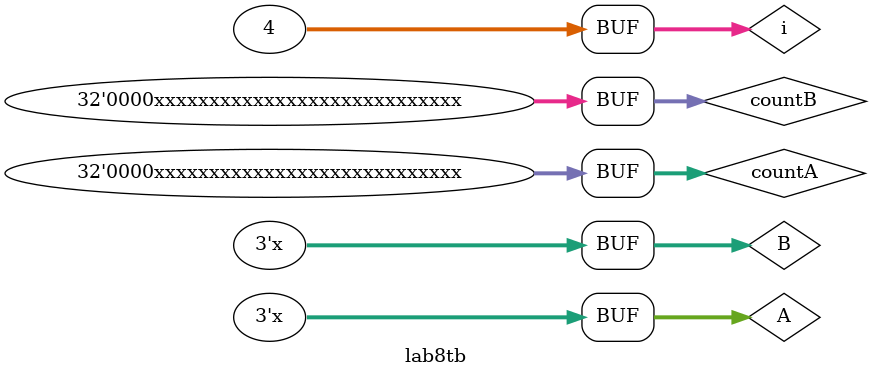
<source format=v>
`timescale 1ns/1ps

module lab8tb();

reg [2:0]A,B;
wire F1,F2,F3;
wire [5:0]LED;
lab8 test(A,B,F1,F2,F3,LED);

integer countA=12;
integer countB=5;
integer i;
initial begin
A=3'b000;
B=3'b000;
end

always begin
for (i=0; i<4; i=i+1) begin
#20 A=countA&7;
    B=countB&7;
    countA=countA>>1;
	countB=countB>>1;
end
end

endmodule
</source>
